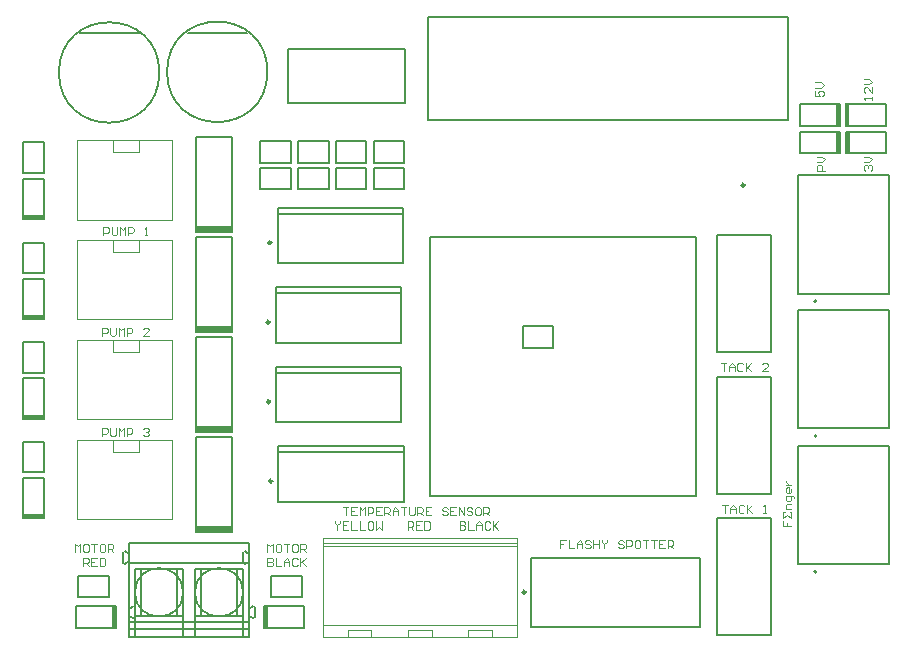
<source format=gto>
G04*
G04 #@! TF.GenerationSoftware,Altium Limited,Altium Designer,20.1.8 (145)*
G04*
G04 Layer_Color=65535*
%FSLAX25Y25*%
%MOIN*%
G70*
G04*
G04 #@! TF.SameCoordinates,2B98FD46-9CAB-426A-9CBD-916E77886E0C*
G04*
G04*
G04 #@! TF.FilePolarity,Positive*
G04*
G01*
G75*
%ADD10C,0.00787*%
%ADD11C,0.00984*%
%ADD12C,0.00591*%
%ADD13C,0.00500*%
%ADD14C,0.00394*%
%ADD15R,0.01181X0.07480*%
%ADD16R,0.12299X0.01968*%
%ADD17R,0.07480X0.01181*%
G36*
X81984Y38043D02*
D01*
D02*
G37*
G36*
X112598Y33465D02*
D01*
D02*
G37*
G36*
X81984Y71474D02*
D01*
D02*
G37*
G36*
Y104759D02*
D01*
D02*
G37*
G36*
Y138043D02*
D01*
D02*
G37*
D10*
X276772Y113898D02*
G03*
X276772Y113898I-394J0D01*
G01*
Y69019D02*
G03*
X276772Y69019I-394J0D01*
G01*
X276772Y23758D02*
G03*
X276772Y23758I-394J0D01*
G01*
X85654Y16862D02*
G03*
X85654Y16862I-8071J0D01*
G01*
X65654D02*
G03*
X65654Y16862I-8071J0D01*
G01*
X47583Y12150D02*
G03*
X48173Y11809I394J0D01*
G01*
X49551Y11923D02*
G03*
X48961Y12264I-394J0D01*
G01*
Y8193D02*
G03*
X49551Y8534I197J341D01*
G01*
X48173Y8647D02*
G03*
X47583Y8306I-197J-341D01*
G01*
X88961Y8193D02*
G03*
X89551Y8534I197J341D01*
G01*
Y11923D02*
G03*
X88961Y12264I-394J0D01*
G01*
X86205Y30512D02*
G03*
X85614Y30171I-197J-341D01*
G01*
X86992Y30057D02*
G03*
X87583Y30398I197J341D01*
G01*
Y26554D02*
G03*
X86992Y26895I-394J0D01*
G01*
X85614Y26782D02*
G03*
X86205Y26441I394J0D01*
G01*
X45614Y26782D02*
G03*
X46205Y26441I394J0D01*
G01*
Y30512D02*
G03*
X45614Y30171I-197J-341D01*
G01*
X148031Y48819D02*
X236614D01*
Y135433D01*
X148031D02*
X236614D01*
X148031Y48819D02*
Y135433D01*
X271260Y172441D02*
Y179528D01*
Y172441D02*
X284646D01*
Y179528D01*
X271260D02*
X284646D01*
X271260Y172441D02*
Y179528D01*
Y172441D02*
X284646D01*
Y179528D01*
X271260D02*
X284646D01*
X67241Y203462D02*
X86926D01*
X261417Y49803D02*
Y88779D01*
X243701Y49803D02*
X261417D01*
X243701Y88779D02*
X261417D01*
X243701Y49803D02*
Y88779D01*
X178740Y105512D02*
X188976D01*
X178740Y98469D02*
Y105512D01*
X188976Y98469D02*
Y105512D01*
X178740Y98469D02*
X188976D01*
X261417Y97047D02*
Y136024D01*
X243701Y97047D02*
X261417D01*
X243701Y136024D02*
X261417D01*
X243701Y97047D02*
Y136024D01*
X261417Y2559D02*
Y41535D01*
X243701Y2559D02*
X261417D01*
X243701Y41535D02*
X261417D01*
X243701Y2559D02*
Y41535D01*
X271260Y170472D02*
X284646D01*
Y163386D02*
Y170472D01*
X271260Y163386D02*
X284646D01*
X271260D02*
Y170472D01*
X284646D01*
Y163386D02*
Y170472D01*
X271260Y163386D02*
X284646D01*
X271260D02*
Y170472D01*
X286614Y163386D02*
X300000D01*
X286614D02*
Y170472D01*
X300000D01*
Y163386D02*
Y170472D01*
X286614Y163386D02*
X300000D01*
X286614D02*
Y170472D01*
X300000D01*
Y163386D02*
Y170472D01*
X286434Y172441D02*
X299820D01*
X286434D02*
Y179528D01*
X299820D01*
Y172441D02*
Y179528D01*
X286434Y172441D02*
X299820D01*
X286434D02*
Y179528D01*
X299820D01*
Y172441D02*
Y179528D01*
X267284Y174409D02*
Y208661D01*
X147283D02*
X267284D01*
X147283Y174409D02*
Y208661D01*
Y174409D02*
X267284D01*
X97087Y126516D02*
Y145020D01*
X138819Y126516D02*
Y145020D01*
X97087Y126516D02*
X138819D01*
X97087Y145020D02*
X138819D01*
X97087Y143051D02*
X138819D01*
X91209Y160125D02*
X101445D01*
Y167168D01*
X91209Y160125D02*
Y167168D01*
X101445D01*
X91209Y158293D02*
X101445D01*
X91209Y151250D02*
Y158293D01*
X101445Y151250D02*
Y158293D01*
X91209Y151250D02*
X101445D01*
X103850D02*
X114087D01*
Y158293D01*
X103850Y151250D02*
Y158293D01*
X114087D01*
X103850Y167168D02*
X114087D01*
X103850Y160125D02*
Y167168D01*
X114087Y160125D02*
Y167168D01*
X103850Y160125D02*
X114087D01*
X116492Y151250D02*
X126728D01*
Y158293D01*
X116492Y151250D02*
Y158293D01*
X126728D01*
X116492Y167168D02*
X126728D01*
X116492Y160125D02*
Y167168D01*
X126728Y160125D02*
Y167168D01*
X116492Y160125D02*
X126728D01*
X129134Y151250D02*
X139370D01*
Y158293D01*
X129134Y151250D02*
Y158293D01*
X139370D01*
X129134Y167168D02*
X139370D01*
X129134Y160125D02*
Y167168D01*
X139370Y160125D02*
Y167168D01*
X129134Y160125D02*
X139370D01*
X69984Y168504D02*
X81984D01*
X69984Y137008D02*
Y168504D01*
Y137008D02*
X81984D01*
Y168504D01*
X100591Y197835D02*
X139567D01*
Y180118D02*
Y197835D01*
X100591Y180118D02*
Y197835D01*
Y180118D02*
X139567D01*
X96457Y100007D02*
Y118510D01*
X138189Y100007D02*
Y118510D01*
X96457Y100007D02*
X138189D01*
X96457Y118510D02*
X138189D01*
X96457Y116542D02*
X138189D01*
X96614Y73497D02*
Y92001D01*
X138347Y73497D02*
Y92001D01*
X96614Y73497D02*
X138347D01*
X96614Y92001D02*
X138347D01*
X96614Y90033D02*
X138347D01*
X69984Y68504D02*
X81984D01*
X69984Y37008D02*
Y68504D01*
Y37008D02*
X81984D01*
Y68504D01*
Y70439D02*
Y101935D01*
X69984Y70439D02*
X81984D01*
X69984D02*
Y101935D01*
X81984D01*
Y103723D02*
Y135220D01*
X69984Y103723D02*
X81984D01*
X69984D02*
Y135220D01*
X81984D01*
X47583Y33398D02*
X87583D01*
X47583Y29717D02*
Y33398D01*
X46205Y30512D02*
X47583Y29717D01*
X45614Y26782D02*
Y30171D01*
X46205Y26441D02*
X47583Y27236D01*
Y1901D02*
Y27236D01*
Y1901D02*
X87583D01*
Y33398D01*
X86205Y26441D02*
X86992Y26895D01*
X86205Y30512D02*
X86992Y30057D01*
X85614Y26782D02*
Y30171D01*
X87583Y8988D02*
X88961Y8193D01*
X87583Y11468D02*
X88961Y12264D01*
X89551Y8534D02*
Y11923D01*
X48173Y8647D02*
X48961Y8193D01*
X49551Y8534D02*
Y11923D01*
X48173Y11809D02*
X48961Y12264D01*
X47583Y7020D02*
X87583D01*
X47583Y26705D02*
X87583D01*
X69512Y24736D02*
X85654D01*
X69512Y8988D02*
X85654D01*
Y1901D02*
Y24736D01*
X49512D02*
X65654D01*
X49512Y8988D02*
X65654D01*
Y1901D02*
Y24736D01*
X69512Y1901D02*
Y24736D01*
X49512Y1901D02*
Y24736D01*
X47583Y4657D02*
X87583D01*
X47583Y1901D02*
Y33398D01*
X83488Y8988D02*
Y24736D01*
X71677Y8988D02*
Y24736D01*
X63488Y8988D02*
Y24736D01*
X51677Y8988D02*
Y24736D01*
X29921Y5118D02*
Y12205D01*
Y5118D02*
X43307D01*
Y12205D01*
X29921D02*
X43307D01*
X29921Y5118D02*
Y12205D01*
Y5118D02*
X43307D01*
Y12205D01*
X29921D02*
X43307D01*
X30709Y15354D02*
Y22441D01*
X40945D01*
Y15354D02*
Y22441D01*
X30709Y15354D02*
X40945D01*
X237992Y5394D02*
Y28228D01*
X181693D02*
X237992D01*
X181693Y5394D02*
Y28228D01*
Y5394D02*
X237992D01*
X92520Y5118D02*
X105905D01*
X92520D02*
Y12205D01*
X105905D01*
Y5118D02*
Y12205D01*
X92520Y5118D02*
X105905D01*
X92520D02*
Y12205D01*
X105905D01*
Y5118D02*
Y12205D01*
X94882Y22441D02*
X105118D01*
X94882Y15354D02*
Y22441D01*
Y15354D02*
X105118D01*
Y22441D01*
X12205Y156693D02*
X19291D01*
X12205D02*
Y166929D01*
X19291D01*
Y156693D02*
Y166929D01*
X97402Y46988D02*
Y65492D01*
X139134Y46988D02*
Y65492D01*
X97402Y46988D02*
X139134D01*
X97402Y65492D02*
X139134D01*
X97402Y63524D02*
X139134D01*
X12205Y154724D02*
X19291D01*
X12205Y141339D02*
Y154724D01*
Y141339D02*
X19291D01*
Y154724D01*
X12205D02*
X19291D01*
X12205Y141339D02*
Y154724D01*
Y141339D02*
X19291D01*
Y154724D01*
X12205Y56906D02*
X19291D01*
X12205D02*
Y67143D01*
X19291D01*
Y56906D02*
Y67143D01*
X12205Y89977D02*
X19291D01*
X12205D02*
Y100214D01*
X19291D01*
Y89977D02*
Y100214D01*
X12205Y123245D02*
X19291D01*
X12205D02*
Y133481D01*
X19291D01*
Y123245D02*
Y133481D01*
X12205Y55118D02*
X19291D01*
X12205Y41732D02*
Y55118D01*
Y41732D02*
X19291D01*
Y55118D01*
X12205D02*
X19291D01*
X12205Y41732D02*
Y55118D01*
Y41732D02*
X19291D01*
Y55118D01*
X12205Y88189D02*
X19291D01*
X12205Y74803D02*
Y88189D01*
Y74803D02*
X19291D01*
Y88189D01*
X12205D02*
X19291D01*
X12205Y74803D02*
Y88189D01*
Y74803D02*
X19291D01*
Y88189D01*
X12205Y121457D02*
X19291D01*
X12205Y108071D02*
Y121457D01*
Y108071D02*
X19291D01*
Y121457D01*
X12205D02*
X19291D01*
X12205Y108071D02*
Y121457D01*
Y108071D02*
X19291D01*
Y121457D01*
X31201Y203248D02*
X50886D01*
D11*
X95020Y133465D02*
G03*
X95020Y133465I-492J0D01*
G01*
X94547Y80446D02*
G03*
X94547Y80446I-492J0D01*
G01*
X95335Y53937D02*
G03*
X95335Y53937I-492J0D01*
G01*
X94390Y106955D02*
G03*
X94390Y106955I-492J0D01*
G01*
X252776Y152559D02*
G03*
X252776Y152559I-492J0D01*
G01*
X179823Y16929D02*
G03*
X179823Y16929I-492J0D01*
G01*
D12*
X57677Y190157D02*
G03*
X57677Y190157I-16732J0D01*
G01*
X93717Y190371D02*
G03*
X93717Y190371I-16732J0D01*
G01*
D13*
X270669Y116457D02*
X300984D01*
X270669Y155905D02*
X300984D01*
X270669Y116457D02*
Y155905D01*
X300984Y116457D02*
Y155905D01*
X270669Y71578D02*
X300984D01*
X270669Y111027D02*
X300984D01*
X270669Y71578D02*
Y111027D01*
X300984Y71578D02*
Y111027D01*
X270669Y26317D02*
X300984D01*
X270669Y65766D02*
X300984D01*
X270669Y26317D02*
Y65766D01*
X300984Y26317D02*
Y65766D01*
D14*
X112284Y1969D02*
Y35039D01*
X176850Y1969D02*
Y35039D01*
X112284D02*
X176850D01*
X112284Y1969D02*
X176850D01*
X120472Y1969D02*
Y4331D01*
X128347D01*
Y1969D02*
Y4331D01*
X140551Y1969D02*
Y4331D01*
X148425D01*
Y1969D02*
Y4331D01*
X112598Y5906D02*
X176772Y5906D01*
X112598Y33465D02*
X176772Y33465D01*
X112402Y32283D02*
X176575Y32283D01*
X160630Y4331D02*
X168504D01*
X160630Y1969D02*
Y4331D01*
X168504Y1969D02*
Y4331D01*
X30315Y141142D02*
X61811D01*
Y167520D01*
X30315D02*
X61811D01*
X42126Y163583D02*
X50787D01*
Y167520D01*
X42126Y163583D02*
Y167520D01*
X30315Y141142D02*
Y167520D01*
Y41288D02*
X61811D01*
Y67666D01*
X30315D02*
X61811D01*
X42126Y63729D02*
X50787D01*
Y67666D01*
X42126Y63729D02*
Y67666D01*
X30315Y41288D02*
Y67666D01*
Y74573D02*
X61811D01*
Y100951D01*
X30315D02*
X61811D01*
X42126Y97014D02*
X50787D01*
Y100951D01*
X42126Y97014D02*
Y100951D01*
X30315Y74573D02*
Y100951D01*
Y107857D02*
X61811D01*
Y134235D01*
X30315D02*
X61811D01*
X42126Y130298D02*
X50787D01*
Y134235D01*
X42126Y130298D02*
Y134235D01*
X30315Y107857D02*
Y134235D01*
X244882Y93306D02*
X246719D01*
X245800D01*
Y90551D01*
X247637D02*
Y92388D01*
X248555Y93306D01*
X249474Y92388D01*
Y90551D01*
Y91929D01*
X247637D01*
X252229Y92847D02*
X251769Y93306D01*
X250851D01*
X250392Y92847D01*
Y91010D01*
X250851Y90551D01*
X251769D01*
X252229Y91010D01*
X253147Y93306D02*
Y90551D01*
Y91470D01*
X254984Y93306D01*
X253606Y91929D01*
X254984Y90551D01*
X260494D02*
X258657D01*
X260494Y92388D01*
Y92847D01*
X260034Y93306D01*
X259116D01*
X258657Y92847D01*
X245276Y46062D02*
X247112D01*
X246194D01*
Y43307D01*
X248031D02*
Y45144D01*
X248949Y46062D01*
X249867Y45144D01*
Y43307D01*
Y44685D01*
X248031D01*
X252622Y45603D02*
X252163Y46062D01*
X251245D01*
X250786Y45603D01*
Y43766D01*
X251245Y43307D01*
X252163D01*
X252622Y43766D01*
X253541Y46062D02*
Y43307D01*
Y44225D01*
X255377Y46062D01*
X254000Y44685D01*
X255377Y43307D01*
X259051D02*
X259969D01*
X259510D01*
Y46062D01*
X259051Y45603D01*
X39042Y135827D02*
Y138582D01*
X40419D01*
X40878Y138123D01*
Y137204D01*
X40419Y136745D01*
X39042D01*
X41797Y138582D02*
Y136286D01*
X42256Y135827D01*
X43174D01*
X43634Y136286D01*
Y138582D01*
X44552Y135827D02*
Y138582D01*
X45470Y137663D01*
X46389Y138582D01*
Y135827D01*
X47307D02*
Y138582D01*
X48684D01*
X49144Y138123D01*
Y137204D01*
X48684Y136745D01*
X47307D01*
X52817Y135827D02*
X53735D01*
X53276D01*
Y138582D01*
X52817Y138123D01*
X38583Y102362D02*
Y105117D01*
X39960D01*
X40419Y104658D01*
Y103740D01*
X39960Y103280D01*
X38583D01*
X41338Y105117D02*
Y102821D01*
X41797Y102362D01*
X42715D01*
X43174Y102821D01*
Y105117D01*
X44093Y102362D02*
Y105117D01*
X45011Y104199D01*
X45929Y105117D01*
Y102362D01*
X46848D02*
Y105117D01*
X48225D01*
X48684Y104658D01*
Y103740D01*
X48225Y103280D01*
X46848D01*
X54194Y102362D02*
X52358D01*
X54194Y104199D01*
Y104658D01*
X53735Y105117D01*
X52817D01*
X52358Y104658D01*
X38583Y68898D02*
Y71653D01*
X39960D01*
X40419Y71193D01*
Y70275D01*
X39960Y69816D01*
X38583D01*
X41338Y71653D02*
Y69357D01*
X41797Y68898D01*
X42715D01*
X43174Y69357D01*
Y71653D01*
X44093Y68898D02*
Y71653D01*
X45011Y70734D01*
X45929Y71653D01*
Y68898D01*
X46848D02*
Y71653D01*
X48225D01*
X48684Y71193D01*
Y70275D01*
X48225Y69816D01*
X46848D01*
X52358Y71193D02*
X52817Y71653D01*
X53735D01*
X54194Y71193D01*
Y70734D01*
X53735Y70275D01*
X53276D01*
X53735D01*
X54194Y69816D01*
Y69357D01*
X53735Y68898D01*
X52817D01*
X52358Y69357D01*
X118898Y45275D02*
X120734D01*
X119816D01*
Y42520D01*
X123489Y45275D02*
X121653D01*
Y42520D01*
X123489D01*
X121653Y43897D02*
X122571D01*
X124408Y42520D02*
Y45275D01*
X125326Y44356D01*
X126244Y45275D01*
Y42520D01*
X127163D02*
Y45275D01*
X128540D01*
X128999Y44815D01*
Y43897D01*
X128540Y43438D01*
X127163D01*
X131754Y45275D02*
X129918D01*
Y42520D01*
X131754D01*
X129918Y43897D02*
X130836D01*
X132673Y42520D02*
Y45275D01*
X134050D01*
X134509Y44815D01*
Y43897D01*
X134050Y43438D01*
X132673D01*
X133591D02*
X134509Y42520D01*
X135428D02*
Y44356D01*
X136346Y45275D01*
X137264Y44356D01*
Y42520D01*
Y43897D01*
X135428D01*
X138183Y45275D02*
X140020D01*
X139101D01*
Y42520D01*
X140938Y45275D02*
Y42979D01*
X141397Y42520D01*
X142315D01*
X142774Y42979D01*
Y45275D01*
X143693Y42520D02*
Y45275D01*
X145070D01*
X145529Y44815D01*
Y43897D01*
X145070Y43438D01*
X143693D01*
X144611D02*
X145529Y42520D01*
X148284Y45275D02*
X146448D01*
Y42520D01*
X148284D01*
X146448Y43897D02*
X147366D01*
X153795Y44815D02*
X153335Y45275D01*
X152417D01*
X151958Y44815D01*
Y44356D01*
X152417Y43897D01*
X153335D01*
X153795Y43438D01*
Y42979D01*
X153335Y42520D01*
X152417D01*
X151958Y42979D01*
X156550Y45275D02*
X154713D01*
Y42520D01*
X156550D01*
X154713Y43897D02*
X155631D01*
X157468Y42520D02*
Y45275D01*
X159305Y42520D01*
Y45275D01*
X162060Y44815D02*
X161600Y45275D01*
X160682D01*
X160223Y44815D01*
Y44356D01*
X160682Y43897D01*
X161600D01*
X162060Y43438D01*
Y42979D01*
X161600Y42520D01*
X160682D01*
X160223Y42979D01*
X164356Y45275D02*
X163437D01*
X162978Y44815D01*
Y42979D01*
X163437Y42520D01*
X164356D01*
X164815Y42979D01*
Y44815D01*
X164356Y45275D01*
X165733Y42520D02*
Y45275D01*
X167111D01*
X167570Y44815D01*
Y43897D01*
X167111Y43438D01*
X165733D01*
X166651D02*
X167570Y42520D01*
X265618Y40813D02*
Y38976D01*
X266996D01*
Y39895D01*
Y38976D01*
X268373D01*
X267914Y43568D02*
X268373D01*
Y41731D01*
X266996Y42650D01*
X265618Y41731D01*
Y43568D01*
X266077D01*
X268373Y44486D02*
X266536D01*
Y45864D01*
X266996Y46323D01*
X268373D01*
X269291Y48160D02*
Y48619D01*
X268832Y49078D01*
X266536D01*
Y47701D01*
X266996Y47241D01*
X267914D01*
X268373Y47701D01*
Y49078D01*
Y51374D02*
Y50456D01*
X267914Y49997D01*
X266996D01*
X266536Y50456D01*
Y51374D01*
X266996Y51833D01*
X267455D01*
Y49997D01*
X266536Y52751D02*
X268373D01*
X267455D01*
X266996Y53211D01*
X266536Y53670D01*
Y54129D01*
X193175Y34251D02*
X191339D01*
Y32874D01*
X192257D01*
X191339D01*
Y31496D01*
X194094Y34251D02*
Y31496D01*
X195930D01*
X196849D02*
Y33333D01*
X197767Y34251D01*
X198685Y33333D01*
Y31496D01*
Y32874D01*
X196849D01*
X201440Y33792D02*
X200981Y34251D01*
X200063D01*
X199604Y33792D01*
Y33333D01*
X200063Y32874D01*
X200981D01*
X201440Y32414D01*
Y31955D01*
X200981Y31496D01*
X200063D01*
X199604Y31955D01*
X202359Y34251D02*
Y31496D01*
Y32874D01*
X204195D01*
Y34251D01*
Y31496D01*
X205114Y34251D02*
Y33792D01*
X206032Y32874D01*
X206950Y33792D01*
Y34251D01*
X206032Y32874D02*
Y31496D01*
X212460Y33792D02*
X212001Y34251D01*
X211083D01*
X210624Y33792D01*
Y33333D01*
X211083Y32874D01*
X212001D01*
X212460Y32414D01*
Y31955D01*
X212001Y31496D01*
X211083D01*
X210624Y31955D01*
X213379Y31496D02*
Y34251D01*
X214756D01*
X215215Y33792D01*
Y32874D01*
X214756Y32414D01*
X213379D01*
X217511Y34251D02*
X216593D01*
X216134Y33792D01*
Y31955D01*
X216593Y31496D01*
X217511D01*
X217970Y31955D01*
Y33792D01*
X217511Y34251D01*
X218889D02*
X220725D01*
X219807D01*
Y31496D01*
X221644Y34251D02*
X223481D01*
X222562D01*
Y31496D01*
X226236Y34251D02*
X224399D01*
Y31496D01*
X226236D01*
X224399Y32874D02*
X225317D01*
X227154Y31496D02*
Y34251D01*
X228531D01*
X228991Y33792D01*
Y32874D01*
X228531Y32414D01*
X227154D01*
X228072D02*
X228991Y31496D01*
X93701Y30315D02*
Y33070D01*
X94619Y32152D01*
X95538Y33070D01*
Y30315D01*
X97833Y33070D02*
X96915D01*
X96456Y32611D01*
Y30774D01*
X96915Y30315D01*
X97833D01*
X98292Y30774D01*
Y32611D01*
X97833Y33070D01*
X99211D02*
X101048D01*
X100129D01*
Y30315D01*
X103343Y33070D02*
X102425D01*
X101966Y32611D01*
Y30774D01*
X102425Y30315D01*
X103343D01*
X103803Y30774D01*
Y32611D01*
X103343Y33070D01*
X104721Y30315D02*
Y33070D01*
X106098D01*
X106558Y32611D01*
Y31692D01*
X106098Y31233D01*
X104721D01*
X105639D02*
X106558Y30315D01*
X29528D02*
Y33070D01*
X30446Y32152D01*
X31364Y33070D01*
Y30315D01*
X33660Y33070D02*
X32742D01*
X32283Y32611D01*
Y30774D01*
X32742Y30315D01*
X33660D01*
X34119Y30774D01*
Y32611D01*
X33660Y33070D01*
X35038D02*
X36874D01*
X35956D01*
Y30315D01*
X39170Y33070D02*
X38252D01*
X37793Y32611D01*
Y30774D01*
X38252Y30315D01*
X39170D01*
X39629Y30774D01*
Y32611D01*
X39170Y33070D01*
X40548Y30315D02*
Y33070D01*
X41925D01*
X42384Y32611D01*
Y31692D01*
X41925Y31233D01*
X40548D01*
X41466D02*
X42384Y30315D01*
X292980Y157480D02*
X292521Y157940D01*
Y158858D01*
X292980Y159317D01*
X293439D01*
X293898Y158858D01*
Y158399D01*
Y158858D01*
X294357Y159317D01*
X294816D01*
X295276Y158858D01*
Y157940D01*
X294816Y157480D01*
X292521Y160235D02*
X294357D01*
X295276Y161154D01*
X294357Y162072D01*
X292521D01*
X276379Y184120D02*
Y182283D01*
X277756D01*
X277297Y183202D01*
Y183661D01*
X277756Y184120D01*
X278675D01*
X279134Y183661D01*
Y182743D01*
X278675Y182283D01*
X276379Y185038D02*
X278216D01*
X279134Y185957D01*
X278216Y186875D01*
X276379D01*
X279528Y157480D02*
X276772D01*
Y158858D01*
X277232Y159317D01*
X278150D01*
X278609Y158858D01*
Y157480D01*
X276772Y160235D02*
X278609D01*
X279528Y161154D01*
X278609Y162072D01*
X276772D01*
X295276Y181102D02*
Y182021D01*
Y181562D01*
X292521D01*
X292980Y181102D01*
X295276Y185235D02*
Y183398D01*
X293439Y185235D01*
X292980D01*
X292521Y184776D01*
Y183857D01*
X292980Y183398D01*
X292521Y186153D02*
X294357D01*
X295276Y187072D01*
X294357Y187990D01*
X292521D01*
X93701Y28346D02*
Y25591D01*
X95078D01*
X95538Y26050D01*
Y26509D01*
X95078Y26968D01*
X93701D01*
X95078D01*
X95538Y27427D01*
Y27886D01*
X95078Y28346D01*
X93701D01*
X96456D02*
Y25591D01*
X98292D01*
X99211D02*
Y27427D01*
X100129Y28346D01*
X101048Y27427D01*
Y25591D01*
Y26968D01*
X99211D01*
X103803Y27886D02*
X103343Y28346D01*
X102425D01*
X101966Y27886D01*
Y26050D01*
X102425Y25591D01*
X103343D01*
X103803Y26050D01*
X104721Y28346D02*
Y25591D01*
Y26509D01*
X106558Y28346D01*
X105180Y26968D01*
X106558Y25591D01*
X32283D02*
Y28346D01*
X33661D01*
X34120Y27886D01*
Y26968D01*
X33661Y26509D01*
X32283D01*
X33202D02*
X34120Y25591D01*
X36875Y28346D02*
X35039D01*
Y25591D01*
X36875D01*
X35039Y26968D02*
X35957D01*
X37793Y28346D02*
Y25591D01*
X39171D01*
X39630Y26050D01*
Y27886D01*
X39171Y28346D01*
X37793D01*
X116142Y40550D02*
Y40091D01*
X117060Y39173D01*
X117978Y40091D01*
Y40550D01*
X117060Y39173D02*
Y37795D01*
X120733Y40550D02*
X118897D01*
Y37795D01*
X120733D01*
X118897Y39173D02*
X119815D01*
X121652Y40550D02*
Y37795D01*
X123488D01*
X124407Y40550D02*
Y37795D01*
X126243D01*
X128539Y40550D02*
X127621D01*
X127162Y40091D01*
Y38254D01*
X127621Y37795D01*
X128539D01*
X128998Y38254D01*
Y40091D01*
X128539Y40550D01*
X129917D02*
Y37795D01*
X130835Y38714D01*
X131754Y37795D01*
Y40550D01*
X157874D02*
Y37795D01*
X159251D01*
X159711Y38254D01*
Y38714D01*
X159251Y39173D01*
X157874D01*
X159251D01*
X159711Y39632D01*
Y40091D01*
X159251Y40550D01*
X157874D01*
X160629D02*
Y37795D01*
X162466D01*
X163384D02*
Y39632D01*
X164302Y40550D01*
X165221Y39632D01*
Y37795D01*
Y39173D01*
X163384D01*
X167976Y40091D02*
X167517Y40550D01*
X166598D01*
X166139Y40091D01*
Y38254D01*
X166598Y37795D01*
X167517D01*
X167976Y38254D01*
X168894Y40550D02*
Y37795D01*
Y38714D01*
X170731Y40550D01*
X169353Y39173D01*
X170731Y37795D01*
X140551D02*
Y40550D01*
X141929D01*
X142388Y40091D01*
Y39173D01*
X141929Y38714D01*
X140551D01*
X141470D02*
X142388Y37795D01*
X145143Y40550D02*
X143306D01*
Y37795D01*
X145143D01*
X143306Y39173D02*
X144225D01*
X146061Y40550D02*
Y37795D01*
X147439D01*
X147898Y38254D01*
Y40091D01*
X147439Y40550D01*
X146061D01*
D15*
X284055Y175787D02*
D03*
D03*
X287025Y176181D02*
D03*
D03*
X93110Y8858D02*
D03*
D03*
X42717Y8465D02*
D03*
D03*
X284055Y166733D02*
D03*
D03*
X287205Y167126D02*
D03*
D03*
D16*
X75835Y71423D02*
D03*
X75835Y104708D02*
D03*
X75835Y137992D02*
D03*
X75835Y37992D02*
D03*
D17*
X15551Y141929D02*
D03*
D03*
X15551Y42323D02*
D03*
D03*
Y75394D02*
D03*
D03*
X15552Y108661D02*
D03*
D03*
M02*

</source>
